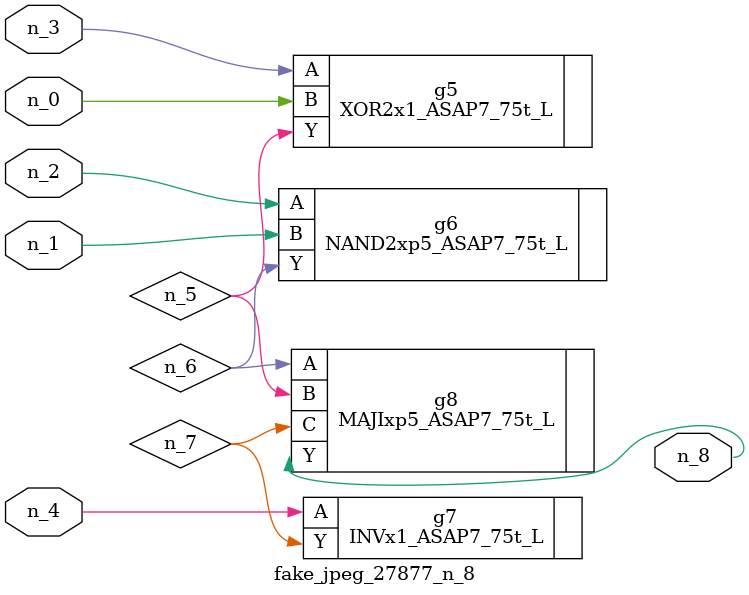
<source format=v>
module fake_jpeg_27877_n_8 (n_3, n_2, n_1, n_0, n_4, n_8);

input n_3;
input n_2;
input n_1;
input n_0;
input n_4;

output n_8;

wire n_6;
wire n_5;
wire n_7;

XOR2x1_ASAP7_75t_L g5 ( 
.A(n_3),
.B(n_0),
.Y(n_5)
);

NAND2xp5_ASAP7_75t_L g6 ( 
.A(n_2),
.B(n_1),
.Y(n_6)
);

INVx1_ASAP7_75t_L g7 ( 
.A(n_4),
.Y(n_7)
);

MAJIxp5_ASAP7_75t_L g8 ( 
.A(n_6),
.B(n_5),
.C(n_7),
.Y(n_8)
);


endmodule
</source>
